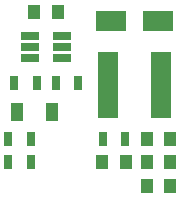
<source format=gtp>
%TF.GenerationSoftware,KiCad,Pcbnew,(5.1.7)-1*%
%TF.CreationDate,2022-01-04T16:45:12+01:00*%
%TF.ProjectId,psu-module-positive,7073752d-6d6f-4647-956c-652d706f7369,rev?*%
%TF.SameCoordinates,Original*%
%TF.FileFunction,Paste,Top*%
%TF.FilePolarity,Positive*%
%FSLAX46Y46*%
G04 Gerber Fmt 4.6, Leading zero omitted, Abs format (unit mm)*
G04 Created by KiCad (PCBNEW (5.1.7)-1) date 2022-01-04 16:45:12*
%MOMM*%
%LPD*%
G01*
G04 APERTURE LIST*
%ADD10R,0.700000X1.300000*%
%ADD11R,1.000000X1.250000*%
%ADD12R,2.500000X1.800000*%
%ADD13R,1.000000X1.600000*%
%ADD14R,1.560000X0.650000*%
%ADD15R,1.700000X5.700000*%
G04 APERTURE END LIST*
D10*
X17950000Y-13750000D03*
X16050000Y-13750000D03*
X21450000Y-13750000D03*
X19550000Y-13750000D03*
D11*
X25500000Y-20500000D03*
X23500000Y-20500000D03*
D10*
X25450000Y-18500000D03*
X23550000Y-18500000D03*
X17450000Y-18500000D03*
X15550000Y-18500000D03*
X17450000Y-20500000D03*
X15550000Y-20500000D03*
D11*
X27250000Y-22500000D03*
X29250000Y-22500000D03*
X27250000Y-20500000D03*
X29250000Y-20500000D03*
D12*
X28250000Y-8500000D03*
X24250000Y-8500000D03*
D11*
X27250000Y-18500000D03*
X29250000Y-18500000D03*
X19750000Y-7750000D03*
X17750000Y-7750000D03*
D13*
X16250000Y-16250000D03*
X19250000Y-16250000D03*
D14*
X17400000Y-9800000D03*
X17400000Y-10750000D03*
X17400000Y-11700000D03*
X20100000Y-11700000D03*
X20100000Y-9800000D03*
X20100000Y-10750000D03*
D15*
X24000000Y-14000000D03*
X28500000Y-14000000D03*
M02*

</source>
